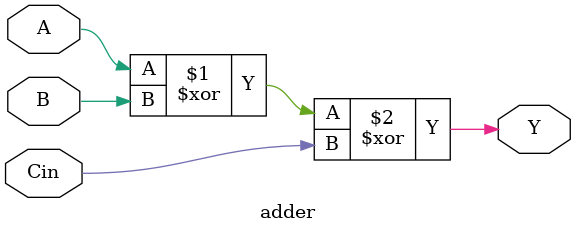
<source format=v>
`timescale 1ns / 1ps


module adder(
    input A,
    input B,
    input Cin,
    output Y
    );
    
    assign Y = (A ^ B) ^ Cin;
    
endmodule

</source>
